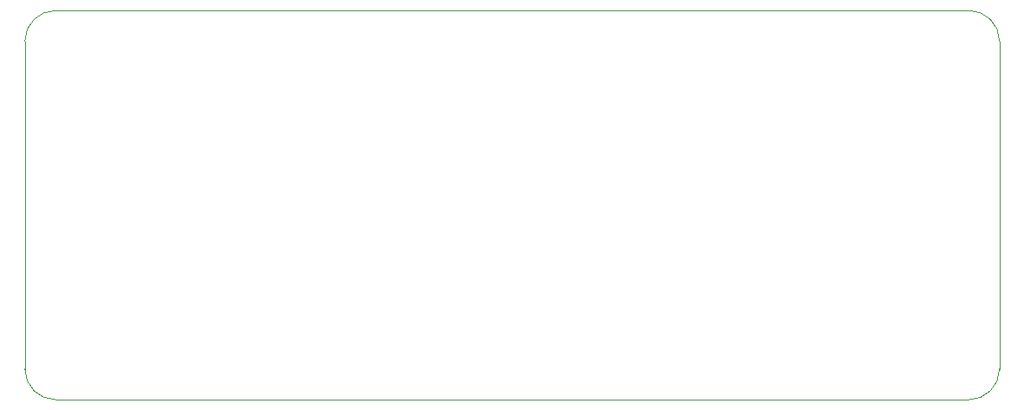
<source format=gbr>
%TF.GenerationSoftware,KiCad,Pcbnew,7.0.7*%
%TF.CreationDate,2023-09-02T22:33:14+10:00*%
%TF.ProjectId,artsey,61727473-6579-42e6-9b69-6361645f7063,rev?*%
%TF.SameCoordinates,Original*%
%TF.FileFunction,Profile,NP*%
%FSLAX46Y46*%
G04 Gerber Fmt 4.6, Leading zero omitted, Abs format (unit mm)*
G04 Created by KiCad (PCBNEW 7.0.7) date 2023-09-02 22:33:14*
%MOMM*%
%LPD*%
G01*
G04 APERTURE LIST*
%TA.AperFunction,Profile*%
%ADD10C,0.100000*%
%TD*%
G04 APERTURE END LIST*
D10*
X28003104Y-25003104D02*
G75*
G03*
X25003104Y-28003104I-4J-2999996D01*
G01*
X120252996Y-28003104D02*
G75*
G03*
X117253024Y-25003104I-2999996J4D01*
G01*
X25003128Y-60103072D02*
G75*
G03*
X28003104Y-63103072I2999972J-28D01*
G01*
X117253024Y-63103072D02*
X28003104Y-63103072D01*
X117253024Y-63103124D02*
G75*
G03*
X120253024Y-60103072I-24J3000024D01*
G01*
X120253024Y-28003104D02*
X120253024Y-60103072D01*
X28003104Y-25003104D02*
X117253024Y-25003104D01*
X25003104Y-60103072D02*
X25003104Y-28003104D01*
M02*

</source>
